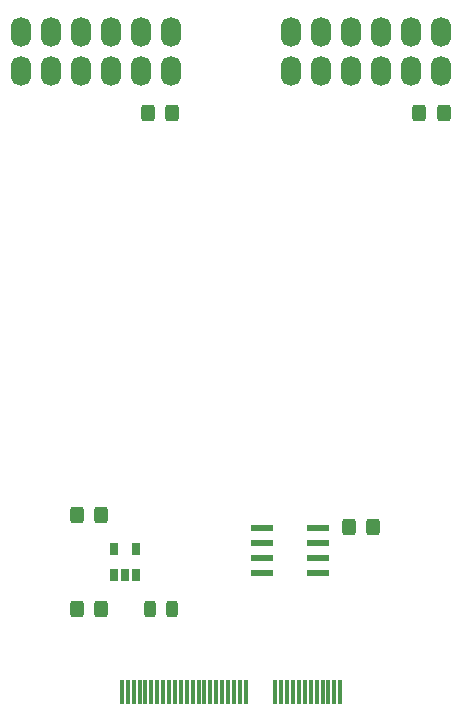
<source format=gts>
%TF.GenerationSoftware,KiCad,Pcbnew,6.0.0-rc2-unknown-fe148df57e~144~ubuntu20.04.1*%
%TF.CreationDate,2021-12-26T07:15:28-08:00*%
%TF.ProjectId,micromod-pmod-function,6d696372-6f6d-46f6-942d-706d6f642d66,rev?*%
%TF.SameCoordinates,Original*%
%TF.FileFunction,Soldermask,Top*%
%TF.FilePolarity,Negative*%
%FSLAX46Y46*%
G04 Gerber Fmt 4.6, Leading zero omitted, Abs format (unit mm)*
G04 Created by KiCad (PCBNEW 6.0.0-rc2-unknown-fe148df57e~144~ubuntu20.04.1) date 2021-12-26 07:15:28*
%MOMM*%
%LPD*%
G01*
G04 APERTURE LIST*
G04 Aperture macros list*
%AMRoundRect*
0 Rectangle with rounded corners*
0 $1 Rounding radius*
0 $2 $3 $4 $5 $6 $7 $8 $9 X,Y pos of 4 corners*
0 Add a 4 corners polygon primitive as box body*
4,1,4,$2,$3,$4,$5,$6,$7,$8,$9,$2,$3,0*
0 Add four circle primitives for the rounded corners*
1,1,$1+$1,$2,$3*
1,1,$1+$1,$4,$5*
1,1,$1+$1,$6,$7*
1,1,$1+$1,$8,$9*
0 Add four rect primitives between the rounded corners*
20,1,$1+$1,$2,$3,$4,$5,0*
20,1,$1+$1,$4,$5,$6,$7,0*
20,1,$1+$1,$6,$7,$8,$9,0*
20,1,$1+$1,$8,$9,$2,$3,0*%
G04 Aperture macros list end*
%ADD10R,0.650000X1.060000*%
%ADD11O,1.700000X2.540000*%
%ADD12RoundRect,0.250000X0.325000X0.450000X-0.325000X0.450000X-0.325000X-0.450000X0.325000X-0.450000X0*%
%ADD13R,0.350000X2.000000*%
%ADD14R,1.981200X0.558800*%
%ADD15RoundRect,0.250000X-0.325000X-0.450000X0.325000X-0.450000X0.325000X0.450000X-0.325000X0.450000X0*%
%ADD16RoundRect,0.243750X-0.243750X-0.456250X0.243750X-0.456250X0.243750X0.456250X-0.243750X0.456250X0*%
G04 APERTURE END LIST*
D10*
%TO.C,U2*%
X190050000Y-139100000D03*
X191000000Y-139100000D03*
X191950000Y-139100000D03*
X191950000Y-136900000D03*
X190050000Y-136900000D03*
%TD*%
D11*
%TO.C,J3*%
X205080000Y-96438500D03*
X207620000Y-96438500D03*
X210160000Y-96438500D03*
X212700000Y-96438500D03*
X215240000Y-96438500D03*
X217780000Y-96438500D03*
X205080000Y-93098500D03*
X207620000Y-93098500D03*
X210160000Y-93098500D03*
X212700000Y-93098500D03*
X215240000Y-93098500D03*
X217780000Y-93098500D03*
%TD*%
D12*
%TO.C,C2*%
X189000000Y-134000000D03*
X186950000Y-134000000D03*
%TD*%
D13*
%TO.C,J1*%
X209250000Y-149000000D03*
X208750000Y-149000000D03*
X208250000Y-149000000D03*
X207750000Y-149000000D03*
X207250000Y-149000000D03*
X206750000Y-149000000D03*
X206250000Y-149000000D03*
X205750000Y-149000000D03*
X205250000Y-149000000D03*
X204750000Y-149000000D03*
X204250000Y-149000000D03*
X203750000Y-149000000D03*
X201250000Y-149000000D03*
X200750000Y-149000000D03*
X200250000Y-149000000D03*
X199750000Y-149000000D03*
X199250000Y-149000000D03*
X198750000Y-149000000D03*
X198250000Y-149000000D03*
X197750000Y-149000000D03*
X197250000Y-149000000D03*
X196750000Y-149000000D03*
X196250000Y-149000000D03*
X195750000Y-149000000D03*
X195250000Y-149000000D03*
X194750000Y-149000000D03*
X194250000Y-149000000D03*
X193750000Y-149000000D03*
X193250000Y-149000000D03*
X192750000Y-149000000D03*
X192250000Y-149000000D03*
X191750000Y-149000000D03*
X191250000Y-149000000D03*
X190750000Y-149000000D03*
%TD*%
D11*
%TO.C,J2*%
X182220000Y-96438500D03*
X184760000Y-96438500D03*
X187300000Y-96438500D03*
X189840000Y-96438500D03*
X192380000Y-96438500D03*
X194920000Y-96438500D03*
X182220000Y-93098500D03*
X184760000Y-93098500D03*
X187300000Y-93098500D03*
X189840000Y-93098500D03*
X192380000Y-93098500D03*
X194920000Y-93098500D03*
%TD*%
D14*
%TO.C,U1*%
X202637800Y-135095000D03*
X202637800Y-136365000D03*
X202637800Y-137635000D03*
X202637800Y-138905000D03*
X207362200Y-138905000D03*
X207362200Y-137635000D03*
X207362200Y-136365000D03*
X207362200Y-135095000D03*
%TD*%
D15*
%TO.C,C1*%
X186975000Y-142000000D03*
X189025000Y-142000000D03*
%TD*%
D12*
%TO.C,C4*%
X218000000Y-100000000D03*
X215950000Y-100000000D03*
%TD*%
D16*
%TO.C,R1*%
X193125000Y-142000000D03*
X195000000Y-142000000D03*
%TD*%
D15*
%TO.C,C5*%
X209975000Y-135000000D03*
X212025000Y-135000000D03*
%TD*%
D12*
%TO.C,C3*%
X195025000Y-100000000D03*
X192975000Y-100000000D03*
%TD*%
M02*

</source>
